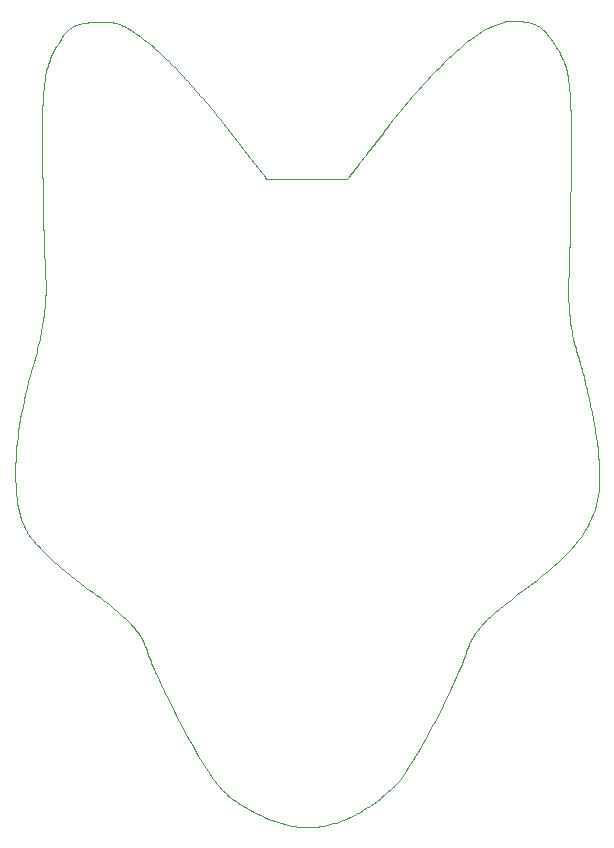
<source format=gbr>
G04 #@! TF.GenerationSoftware,KiCad,Pcbnew,(5.0.0)*
G04 #@! TF.CreationDate,2019-03-03T23:19:43-08:00*
G04 #@! TF.ProjectId,Cub_Wolf_Badge_Circuit,4375625F576F6C665F42616467655F43,rev?*
G04 #@! TF.SameCoordinates,Original*
G04 #@! TF.FileFunction,Profile,NP*
%FSLAX46Y46*%
G04 Gerber Fmt 4.6, Leading zero omitted, Abs format (unit mm)*
G04 Created by KiCad (PCBNEW (5.0.0)) date 03/03/19 23:19:43*
%MOMM*%
%LPD*%
G01*
G04 APERTURE LIST*
%ADD10C,0.100000*%
G04 APERTURE END LIST*
D10*
X148488448Y-51197500D02*
X148466848Y-50988020D01*
X148537788Y-51612550D02*
X148512108Y-51405720D01*
X148813858Y-53197350D02*
X148772668Y-53007550D01*
X149889728Y-57157540D02*
X149835978Y-56930440D01*
X150562948Y-60435000D02*
X150522788Y-60208180D01*
X150481018Y-59978480D02*
X150437718Y-59746330D01*
X148772668Y-53007550D02*
X148733338Y-52815060D01*
X149047218Y-54100290D02*
X148996958Y-53926380D01*
X149153018Y-54436960D02*
X149099248Y-54270540D01*
X150151648Y-58326850D02*
X150100508Y-58089950D01*
X148512108Y-51405720D02*
X148488448Y-51197500D01*
X148626788Y-52223020D02*
X148595138Y-52021360D01*
X148856908Y-53384290D02*
X148813858Y-53197350D01*
X148948478Y-53748980D02*
X148901788Y-53568220D01*
X150437718Y-59746330D02*
X150393008Y-59512180D01*
X150601388Y-60658510D02*
X150562948Y-60435000D01*
X148695908Y-52620030D02*
X148660388Y-52422620D01*
X149406258Y-55268730D02*
X149354078Y-55087020D01*
X148565468Y-51817820D02*
X148537788Y-51612550D01*
X149727908Y-56486520D02*
X149673788Y-56270590D01*
X148901788Y-53568220D02*
X148856908Y-53384290D01*
X150201968Y-58564390D02*
X150151648Y-58326850D01*
X149996168Y-57619820D02*
X149943158Y-57387480D01*
X148595138Y-52021360D02*
X148565468Y-51817820D01*
X149201928Y-54587070D02*
X149153018Y-54436960D01*
X148996958Y-53926380D02*
X148948478Y-53748980D01*
X150346978Y-59276470D02*
X150299728Y-59039650D01*
X149302558Y-54912530D02*
X149251808Y-54745740D01*
X149099248Y-54270540D02*
X149047218Y-54100290D01*
X149673788Y-56270590D02*
X149619738Y-56059250D01*
X149512248Y-55652150D02*
X149459018Y-55457260D01*
X149943158Y-57387480D02*
X149889728Y-57157540D01*
X149459018Y-55457260D02*
X149406258Y-55268730D01*
X149565858Y-55852960D02*
X149512248Y-55652150D01*
X149782008Y-56706610D02*
X149727908Y-56486520D01*
X150048648Y-57854130D02*
X149996168Y-57619820D01*
X150672718Y-61093790D02*
X150638008Y-60878250D01*
X149251808Y-54745740D02*
X149201928Y-54587070D01*
X149835978Y-56930440D02*
X149782008Y-56706610D01*
X148447298Y-50777480D02*
X148429838Y-50566010D01*
X150299728Y-59039650D02*
X150251358Y-58802140D01*
X149354078Y-55087020D02*
X149302558Y-54912530D01*
X150100508Y-58089950D02*
X150048648Y-57854130D01*
X148466848Y-50988020D02*
X148447298Y-50777480D01*
X150393008Y-59512180D02*
X150346978Y-59276470D01*
X148733338Y-52815060D02*
X148695908Y-52620030D01*
X148660388Y-52422620D02*
X148626788Y-52223020D01*
X149619738Y-56059250D02*
X149565858Y-55852960D01*
X150522788Y-60208180D02*
X150481018Y-59978480D01*
X150251358Y-58802140D02*
X150201968Y-58564390D01*
X150638008Y-60878250D02*
X150601388Y-60658510D01*
X145154215Y-73968840D02*
X145689898Y-73552580D01*
X150164463Y-68686340D02*
X150337997Y-68311970D01*
X142073692Y-76345280D02*
X142251168Y-76192670D01*
X149968929Y-69055900D02*
X150164463Y-68686340D01*
X143046676Y-75549000D02*
X143268215Y-75378360D01*
X141588590Y-76787750D02*
X141742655Y-76642540D01*
X142251168Y-76192670D02*
X142436952Y-76037020D01*
X140808627Y-77629070D02*
X140922688Y-77490990D01*
X140236895Y-78463490D02*
X140320035Y-78322290D01*
X141302101Y-77072750D02*
X141441822Y-76931050D01*
X140500145Y-78043300D02*
X140597605Y-77904950D01*
X139880165Y-79197900D02*
X139944485Y-79046280D01*
X149509478Y-69785420D02*
X149750800Y-69421860D01*
X148640423Y-70873650D02*
X148954885Y-70510110D01*
X147120918Y-72363730D02*
X147541233Y-71983420D01*
X146195846Y-73147110D02*
X146672654Y-72751220D01*
X145689898Y-73552580D02*
X146195846Y-73147110D01*
X140158015Y-78606200D02*
X140236895Y-78463490D01*
X142834454Y-75715460D02*
X143046676Y-75549000D01*
X141441822Y-76931050D02*
X141588590Y-76787750D01*
X140083155Y-78750710D02*
X140158015Y-78606200D01*
X150337997Y-68311970D02*
X150490123Y-67931600D01*
X149750800Y-69421860D02*
X149968929Y-69055900D01*
X149244372Y-70147770D02*
X149509478Y-69785420D01*
X143740258Y-75023400D02*
X143991266Y-74838520D01*
X143268215Y-75378360D02*
X143499326Y-75203250D01*
X141042786Y-77352430D02*
X141169172Y-77213110D01*
X140320035Y-78322290D02*
X140407705Y-78182330D01*
X139760295Y-79510230D02*
X139818855Y-79352450D01*
X140597605Y-77904950D02*
X140700350Y-77766960D01*
X139818855Y-79352450D02*
X139880165Y-79197900D01*
X147934190Y-71609110D02*
X148300389Y-71239580D01*
X140922688Y-77490990D02*
X141042786Y-77352430D01*
X139944485Y-79046280D02*
X140012065Y-78897310D01*
X146672654Y-72751220D02*
X147120918Y-72363730D01*
X142631296Y-75878040D02*
X142834454Y-75715460D01*
X141742655Y-76642540D02*
X141904272Y-76495140D01*
X143499326Y-75203250D02*
X143740258Y-75023400D01*
X148300389Y-71239580D02*
X148640423Y-70873650D01*
X142436952Y-76037020D02*
X142631296Y-75878040D01*
X150705408Y-61304690D02*
X150672718Y-61093790D01*
X150790498Y-61895010D02*
X150705408Y-61304690D01*
X140700350Y-77766960D02*
X140808627Y-77629070D01*
X143991266Y-74838520D02*
X144588202Y-74397090D01*
X150862518Y-62462530D02*
X150790498Y-61895010D01*
X150732538Y-67148060D02*
X150824018Y-66742490D01*
X140012065Y-78897310D02*
X140083155Y-78750710D01*
X150920868Y-63008450D02*
X150862518Y-62462530D01*
X150964948Y-63533990D02*
X150920868Y-63008450D01*
X150994158Y-64040340D02*
X150964948Y-63533990D01*
X151007918Y-64528690D02*
X150994158Y-64040340D01*
X144588202Y-74397090D02*
X145154215Y-73968840D01*
X151005618Y-65000240D02*
X151007918Y-64528690D01*
X148954885Y-70510110D02*
X149244372Y-70147770D01*
X150986678Y-65456200D02*
X151005618Y-65000240D01*
X150950488Y-65897760D02*
X150986678Y-65456200D01*
X150896468Y-66326130D02*
X150950488Y-65897760D01*
X140407705Y-78182330D02*
X140500145Y-78043300D01*
X141169172Y-77213110D02*
X141302101Y-77072750D01*
X150824018Y-66742490D02*
X150896468Y-66326130D01*
X150621439Y-67544040D02*
X150732538Y-67148060D01*
X147541233Y-71983420D02*
X147934190Y-71609110D01*
X141904272Y-76495140D02*
X142073692Y-76345280D01*
X150490123Y-67931600D02*
X150621439Y-67544040D01*
X139704245Y-79671510D02*
X139760295Y-79510230D01*
X139599624Y-79971930D02*
X139704245Y-79671510D01*
X139482231Y-80289760D02*
X139599624Y-79971930D01*
X139352828Y-80623570D02*
X139482231Y-80289760D01*
X139212181Y-80971920D02*
X139352828Y-80623570D01*
X132850225Y-91685630D02*
X132953992Y-91599130D01*
X131828245Y-92463230D02*
X131947022Y-92378830D01*
X136924849Y-85763130D02*
X137140961Y-85352410D01*
X133055009Y-91513230D02*
X133153049Y-91428130D01*
X139061051Y-81333370D02*
X139212181Y-80971920D01*
X133666809Y-90942030D02*
X133737989Y-90866730D01*
X130530968Y-93285730D02*
X130644222Y-93221930D01*
X131349477Y-92788530D02*
X131469283Y-92709430D01*
X135839565Y-87725820D02*
X136054711Y-87350200D01*
X138900201Y-81706500D02*
X139061051Y-81333370D01*
X137140961Y-85352410D02*
X137354978Y-84938970D01*
X135417480Y-88441620D02*
X135626901Y-88090110D01*
X133339369Y-91260730D02*
X133427199Y-91178730D01*
X138552389Y-82482000D02*
X138730393Y-82089850D01*
X130875273Y-93086430D02*
X130992636Y-93015130D01*
X132743921Y-91772530D02*
X132850225Y-91685630D01*
X138730393Y-82089850D02*
X138900201Y-81706500D01*
X138366954Y-82881490D02*
X138552389Y-82482000D01*
X136707407Y-86169720D02*
X136924849Y-85763130D01*
X136271575Y-86964690D02*
X136489394Y-86570710D01*
X137566138Y-84524280D02*
X137773678Y-84109740D01*
X131229956Y-92865930D02*
X131349477Y-92788530D01*
X134445716Y-89957300D02*
X134627482Y-89691210D01*
X138174849Y-83286900D02*
X138366954Y-82881490D01*
X130644222Y-93221930D02*
X130759062Y-93155430D01*
X137976836Y-83696800D02*
X138174849Y-83286900D01*
X130759062Y-93155430D02*
X130875273Y-93086430D01*
X136489394Y-86570710D02*
X136707407Y-86169720D01*
X133247909Y-91343830D02*
X133339369Y-91260730D01*
X135212065Y-88778920D02*
X135417480Y-88441620D01*
X131589158Y-92628730D02*
X131708884Y-92546630D01*
X137773678Y-84109740D02*
X137976836Y-83696800D01*
X136054711Y-87350200D02*
X136271575Y-86964690D01*
X134816303Y-89405150D02*
X135011418Y-89100580D01*
X132411965Y-92034130D02*
X132524574Y-91947030D01*
X135626901Y-88090110D02*
X135839565Y-87725820D01*
X134271770Y-90202000D02*
X134445716Y-89957300D01*
X134106405Y-90423860D02*
X134271770Y-90202000D01*
X133591139Y-91019230D02*
X133666809Y-90942030D01*
X132524574Y-91947030D02*
X132635298Y-91859730D01*
X130992636Y-93015130D02*
X131110936Y-92941530D01*
X133804469Y-90793330D02*
X133950384Y-90621450D01*
X135011418Y-89100580D02*
X135212065Y-88778920D01*
X133950384Y-90621450D02*
X134106405Y-90423860D01*
X133153049Y-91428130D02*
X133247909Y-91343830D01*
X131947022Y-92378830D02*
X132065000Y-92293530D01*
X131708884Y-92546630D02*
X131828245Y-92463230D01*
X133511199Y-91098230D02*
X133591139Y-91019230D01*
X132181960Y-92207530D02*
X132297688Y-92121030D01*
X132065000Y-92293530D02*
X132181960Y-92207530D01*
X137354978Y-84938970D02*
X137566138Y-84524280D01*
X134627482Y-89691210D02*
X134816303Y-89405150D01*
X133737989Y-90866730D02*
X133804469Y-90793330D01*
X132297688Y-92121030D02*
X132411965Y-92034130D01*
X132953992Y-91599130D02*
X133055009Y-91513230D01*
X131469283Y-92709430D02*
X131589158Y-92628730D01*
X131110936Y-92941530D02*
X131229956Y-92865930D01*
X133427199Y-91178730D02*
X133511199Y-91098230D01*
X132635298Y-91859730D02*
X132743921Y-91772530D01*
X143572271Y-26191820D02*
X143572271Y-26191820D01*
X143572273Y-26191820D02*
X143572273Y-26191820D01*
X143572272Y-26191820D02*
X143572272Y-26191820D01*
X143572273Y-26191820D02*
X143572273Y-26191820D01*
X143572273Y-26191820D02*
X143572273Y-26191820D01*
X143572271Y-26191820D02*
X143571317Y-26191220D01*
X143572273Y-26191820D02*
X143572272Y-26191820D01*
X143572272Y-26191820D02*
X143572271Y-26191820D01*
X143572271Y-26191820D02*
X143572271Y-26191820D01*
X143572271Y-26191820D02*
X143572271Y-26191820D01*
X143572274Y-26191820D02*
X143572273Y-26191820D01*
X143572272Y-26191820D02*
X143572272Y-26191820D01*
X147322887Y-28365250D02*
X147210248Y-28187030D01*
X143572274Y-26191820D02*
X143572274Y-26191820D01*
X143572274Y-26191820D02*
X143572274Y-26191820D01*
X143572275Y-26191820D02*
X143572274Y-26191820D01*
X143572275Y-26191820D02*
X143572275Y-26191820D01*
X143764757Y-26193820D02*
X143572281Y-26191820D01*
X147927824Y-29467890D02*
X147861894Y-29320480D01*
X146581998Y-27312970D02*
X146481424Y-27197400D01*
X147792104Y-29175970D02*
X147718364Y-29033580D01*
X143572276Y-26191820D02*
X143572275Y-26191820D01*
X145291897Y-26390220D02*
X145165611Y-26352220D01*
X143572277Y-26191820D02*
X143572276Y-26191820D01*
X143572275Y-26191820D02*
X143572275Y-26191820D01*
X144608523Y-26245420D02*
X144454229Y-26228620D01*
X143572281Y-26191820D02*
X143572280Y-26191820D01*
X147100555Y-28018540D02*
X146993398Y-27859530D01*
X144898271Y-26290320D02*
X144756401Y-26265820D01*
X145757297Y-26594920D02*
X145646095Y-26535320D01*
X143572279Y-26191820D02*
X143572277Y-26191820D01*
X147718364Y-29033580D02*
X147640564Y-28892500D01*
X147989994Y-29619030D02*
X147927824Y-29467890D01*
X143572276Y-26191820D02*
X143572276Y-26191820D01*
X143572276Y-26191820D02*
X143572276Y-26191820D01*
X143948783Y-26197820D02*
X143764757Y-26193820D01*
X144293112Y-26215320D02*
X144124766Y-26204820D01*
X143572277Y-26191820D02*
X143572277Y-26191820D01*
X143572280Y-26191820D02*
X143572280Y-26191820D01*
X146280160Y-26989720D02*
X146178649Y-26897120D01*
X143572279Y-26191820D02*
X143572279Y-26191820D01*
X144124766Y-26204820D02*
X143948783Y-26197820D01*
X147210248Y-28187030D02*
X147100555Y-28018540D01*
X146785063Y-27568880D02*
X146683078Y-27436710D01*
X145865748Y-26660720D02*
X145757297Y-26594920D01*
X147558624Y-28751920D02*
X147438876Y-28553450D01*
X143572276Y-26191820D02*
X143572276Y-26191820D01*
X143572277Y-26191820D02*
X143572277Y-26191820D01*
X143572279Y-26191820D02*
X143572279Y-26191820D01*
X143572279Y-26191820D02*
X143572279Y-26191820D01*
X143572280Y-26191820D02*
X143572279Y-26191820D01*
X148154894Y-30102780D02*
X148103434Y-29935670D01*
X146178649Y-26897120D02*
X146076020Y-26811520D01*
X144454229Y-26228620D02*
X144293112Y-26215320D01*
X146683078Y-27436710D02*
X146581998Y-27312970D01*
X144756401Y-26265820D02*
X144608523Y-26245420D01*
X145413801Y-26433220D02*
X145291897Y-26390220D01*
X148103434Y-29935670D02*
X148048504Y-29774680D01*
X145034539Y-26319020D02*
X144898271Y-26290320D01*
X146380945Y-27089730D02*
X146280160Y-26989720D01*
X146888367Y-27709730D02*
X146785063Y-27568880D01*
X145531731Y-26481520D02*
X145413801Y-26433220D01*
X145971853Y-26732820D02*
X145865748Y-26660720D01*
X147438876Y-28553450D02*
X147322887Y-28365250D01*
X146481424Y-27197400D02*
X146380945Y-27089730D01*
X148247774Y-30458590D02*
X148202974Y-30276810D01*
X148289384Y-30648900D02*
X148247774Y-30458590D01*
X143572280Y-26191820D02*
X143572280Y-26191820D01*
X147640564Y-28892500D02*
X147558624Y-28751920D01*
X146993398Y-27859530D02*
X146888367Y-27709730D01*
X148202974Y-30276810D02*
X148154894Y-30102780D01*
X145165611Y-26352220D02*
X145034539Y-26319020D01*
X145646095Y-26535320D02*
X145531731Y-26481520D01*
X147861894Y-29320480D02*
X147792104Y-29175970D01*
X146076020Y-26811520D02*
X145971853Y-26732820D01*
X148048504Y-29774680D02*
X147989994Y-29619030D01*
X148577466Y-40082070D02*
X148581766Y-39703560D01*
X148590934Y-34659440D02*
X148583834Y-34265280D01*
X148509266Y-44143050D02*
X148516766Y-43794020D01*
X148544366Y-42344110D02*
X148550566Y-41971550D01*
X148516766Y-43794020D02*
X148524066Y-43438930D01*
X148485766Y-45147050D02*
X148493766Y-44820230D01*
X148469266Y-45773740D02*
X148477566Y-45465110D01*
X148435066Y-46900450D02*
X148443766Y-46636300D01*
X148380866Y-48225560D02*
X148389966Y-48015700D01*
X148408166Y-47613410D02*
X148417166Y-47389680D01*
X148401248Y-50140970D02*
X148390158Y-49927720D01*
X148369958Y-49287000D02*
X148367658Y-49073640D01*
X148599834Y-35510330D02*
X148596234Y-35074190D01*
X148601766Y-36955100D02*
X148602535Y-36449980D01*
X148592566Y-38578920D02*
X148595366Y-38209930D01*
X148585766Y-39326410D02*
X148589366Y-38951310D01*
X148581766Y-39703560D02*
X148585766Y-39326410D01*
X148374166Y-48436460D02*
X148380866Y-48225560D01*
X148537866Y-42713300D02*
X148544366Y-42344110D01*
X148477566Y-45465110D02*
X148485766Y-45147050D01*
X148369766Y-48648210D02*
X148374166Y-48436460D01*
X148574934Y-33890890D02*
X148564114Y-33535490D01*
X148596234Y-35074190D02*
X148590934Y-34659440D01*
X148601934Y-35968660D02*
X148599834Y-35510330D01*
X148562266Y-41219080D02*
X148567666Y-40840510D01*
X148550566Y-41971550D02*
X148556566Y-41596320D01*
X148452366Y-46360000D02*
X148460866Y-46072250D01*
X148389966Y-48015700D02*
X148399066Y-47822310D01*
X148381158Y-49714200D02*
X148374458Y-49500580D01*
X148417166Y-47389680D02*
X148426166Y-47151810D01*
X148374458Y-49500580D02*
X148369958Y-49287000D01*
X148597766Y-37845010D02*
X148599766Y-37484820D01*
X148443766Y-46636300D02*
X148452366Y-46360000D01*
X148367658Y-49073640D02*
X148367566Y-48860650D01*
X148589366Y-38951310D02*
X148592566Y-38578920D01*
X148531166Y-43078470D02*
X148537866Y-42713300D01*
X148493766Y-44820230D02*
X148501566Y-44485350D01*
X148556566Y-41596320D02*
X148562266Y-41219080D01*
X148599766Y-37484820D02*
X148601766Y-36955100D01*
X148524066Y-43438930D02*
X148531166Y-43078470D01*
X148327904Y-30848550D02*
X148289384Y-30648900D01*
X148363424Y-31058350D02*
X148327904Y-30848550D01*
X148426166Y-47151810D02*
X148435066Y-46900450D01*
X148567666Y-40840510D02*
X148572766Y-40461280D01*
X148396054Y-31279090D02*
X148363424Y-31058350D01*
X148536244Y-32878390D02*
X148519014Y-32575110D01*
X148367566Y-48860650D02*
X148369766Y-48648210D01*
X148425874Y-31511580D02*
X148396054Y-31279090D01*
X148452974Y-31756620D02*
X148425874Y-31511580D01*
X148477474Y-32015020D02*
X148452974Y-31756620D01*
X148499454Y-32287590D02*
X148477474Y-32015020D01*
X148572766Y-40461280D02*
X148577466Y-40082070D01*
X148519014Y-32575110D02*
X148499454Y-32287590D01*
X148602535Y-36449980D02*
X148601934Y-35968660D01*
X148414488Y-50353790D02*
X148401248Y-50140970D01*
X148399066Y-47822310D02*
X148408166Y-47613410D01*
X148429838Y-50566010D02*
X148414488Y-50353790D01*
X148390158Y-49927720D02*
X148381158Y-49714200D01*
X148460866Y-46072250D02*
X148469266Y-45773740D01*
X148551244Y-33198250D02*
X148536244Y-32878390D01*
X148564114Y-33535490D02*
X148551244Y-33198250D01*
X148595366Y-38209930D02*
X148597766Y-37845010D01*
X148501566Y-44485350D02*
X148509266Y-44143050D01*
X148583834Y-34265280D02*
X148574934Y-33890890D01*
X102267313Y-68910790D02*
X102387648Y-69173650D01*
X105865534Y-72846170D02*
X106073276Y-73018800D01*
X104329281Y-71479260D02*
X104505940Y-71645810D01*
X103533844Y-70685640D02*
X103680091Y-70838090D01*
X101566947Y-63760630D02*
X101556517Y-64206080D01*
X101586627Y-63305470D02*
X101566947Y-63760630D01*
X103023199Y-70116600D02*
X103139033Y-70252100D01*
X105458497Y-72500190D02*
X105660496Y-72673200D01*
X103394694Y-70536940D02*
X103533844Y-70685640D01*
X101688417Y-66649820D02*
X101742987Y-67014820D01*
X101555317Y-64641360D02*
X101563317Y-65066040D01*
X101615537Y-62841020D02*
X101586627Y-63305470D01*
X102156416Y-68632010D02*
X102267313Y-68910790D01*
X106924504Y-73699560D02*
X107140688Y-73865720D01*
X106709334Y-73531470D02*
X106924504Y-73699560D01*
X106495513Y-73361770D02*
X106709334Y-73531470D01*
X102817214Y-69860980D02*
X102915814Y-69986110D01*
X102577514Y-69520790D02*
X102647724Y-69628000D01*
X101643177Y-66271990D02*
X101688417Y-66649820D01*
X106283382Y-73190770D02*
X106495513Y-73361770D01*
X104505940Y-71645810D02*
X104687666Y-71814210D01*
X103833096Y-70994000D02*
X103992522Y-71153050D01*
X101556517Y-64206080D02*
X101555317Y-64641360D01*
X101580637Y-65479670D02*
X101607257Y-65881800D01*
X105064973Y-72155370D02*
X105259877Y-72327470D01*
X103262977Y-70392320D02*
X103394694Y-70536940D01*
X105660496Y-72673200D02*
X105865534Y-72846170D01*
X105259877Y-72327470D02*
X105458497Y-72500190D01*
X102517434Y-69420160D02*
X102577514Y-69520790D01*
X104158030Y-71314900D02*
X104329281Y-71479260D01*
X103992522Y-71153050D02*
X104158030Y-71314900D01*
X103680091Y-70838090D02*
X103833096Y-70994000D01*
X102727734Y-69741500D02*
X102817214Y-69860980D01*
X101962877Y-68028470D02*
X102054947Y-68337760D01*
X102387648Y-69173650D02*
X102517434Y-69420160D01*
X102054947Y-68337760D02*
X102156416Y-68632010D01*
X101880207Y-67704590D02*
X101962877Y-68028470D01*
X101563317Y-65066040D02*
X101580637Y-65479670D01*
X101742987Y-67014820D02*
X101806917Y-67366560D01*
X101607257Y-65881800D02*
X101643177Y-66271990D01*
X107791931Y-74349510D02*
X108106512Y-74577910D01*
X107574738Y-74191020D02*
X107791931Y-74349510D01*
X107357544Y-74029650D02*
X107574738Y-74191020D01*
X107140688Y-73865720D02*
X107357544Y-74029650D01*
X106073276Y-73018800D02*
X106283382Y-73190770D01*
X104687666Y-71814210D02*
X104874124Y-71984170D01*
X102647724Y-69628000D02*
X102727734Y-69741500D01*
X103139033Y-70252100D02*
X103262977Y-70392320D01*
X102915814Y-69986110D02*
X103023199Y-70116600D01*
X104874124Y-71984170D02*
X105064973Y-72155370D01*
X101806917Y-67366560D02*
X101880207Y-67704590D01*
X102176880Y-58844530D02*
X102074757Y-59367280D01*
X102288085Y-58316500D02*
X102176880Y-58844530D01*
X103898339Y-51623970D02*
X103859299Y-51868900D01*
X103967139Y-51141410D02*
X103934279Y-51381500D01*
X102408363Y-57783620D02*
X102288085Y-58316500D01*
X102676073Y-56705070D02*
X102537697Y-57246330D01*
X102823475Y-56160300D02*
X102676073Y-56705070D01*
X103063729Y-55322590D02*
X102979889Y-55612430D01*
X103930107Y-43011130D02*
X103938707Y-43363070D01*
X104047349Y-50434420D02*
X104023659Y-50667980D01*
X103144279Y-55036610D02*
X103063729Y-55322590D01*
X103221549Y-54754370D02*
X103144279Y-55036610D01*
X103771879Y-52366570D02*
X103723469Y-52619510D01*
X103859299Y-51868900D02*
X103817149Y-52116400D01*
X104088567Y-47578210D02*
X104099107Y-47758430D01*
X104128979Y-48849590D02*
X104126279Y-49071320D01*
X104119737Y-48191790D02*
X104125737Y-48409920D01*
X103938707Y-43363070D02*
X103947707Y-43709220D01*
X104005417Y-45627580D02*
X104015537Y-45914720D01*
X104025757Y-46190820D02*
X104036087Y-46455190D01*
X104023659Y-50667980D02*
X103996929Y-50903600D01*
X104111979Y-49519060D02*
X104100309Y-49745280D01*
X104110837Y-47974650D02*
X104119737Y-48191790D01*
X104015537Y-45914720D02*
X104025757Y-46190820D01*
X103921707Y-42654050D02*
X103930107Y-43011130D01*
X104036087Y-46455190D02*
X104046517Y-46707180D01*
X104046517Y-46707180D02*
X104056947Y-46946140D01*
X103956907Y-44048920D02*
X103966307Y-44381510D01*
X101653657Y-62367730D02*
X101615537Y-62841020D01*
X104056947Y-46946140D02*
X104067487Y-47171400D01*
X103975807Y-44706330D02*
X103985507Y-45022710D01*
X104128837Y-48629150D02*
X104128979Y-48849590D01*
X102979889Y-55612430D02*
X102823475Y-56160300D01*
X103366329Y-54200720D02*
X103295569Y-54475770D01*
X101757427Y-61396430D02*
X101700957Y-61886060D01*
X102537697Y-57246330D02*
X102408363Y-57783620D01*
X104085659Y-49973170D02*
X104068009Y-50202850D01*
X103985507Y-45022710D02*
X103995407Y-45330020D01*
X101897837Y-60395090D02*
X101823057Y-60899290D01*
X104099107Y-47758430D02*
X104110837Y-47974650D01*
X103817149Y-52116400D02*
X103771879Y-52366570D01*
X104126279Y-49071320D02*
X104120579Y-49294440D01*
X104067487Y-47171400D02*
X104078027Y-47382310D01*
X104068009Y-50202850D02*
X104047349Y-50434420D01*
X103617179Y-53134080D02*
X103559269Y-53395910D01*
X101981737Y-59884280D02*
X101897837Y-60395090D01*
X104100309Y-49745280D02*
X104085659Y-49973170D01*
X103934279Y-51381500D02*
X103898339Y-51623970D01*
X101700957Y-61886060D02*
X101653657Y-62367730D01*
X103995407Y-45330020D02*
X104005417Y-45627580D01*
X104125737Y-48409920D02*
X104128837Y-48629150D01*
X102074757Y-59367280D02*
X101981737Y-59884280D01*
X103295569Y-54475770D02*
X103221549Y-54754370D01*
X103433859Y-53929120D02*
X103366329Y-54200720D01*
X103671909Y-52875310D02*
X103617179Y-53134080D01*
X103723469Y-52619510D02*
X103671909Y-52875310D01*
X104120579Y-49294440D02*
X104111979Y-49519060D01*
X101823057Y-60899290D02*
X101757427Y-61396430D01*
X103996929Y-50903600D02*
X103967139Y-51141410D01*
X104078027Y-47382310D02*
X104088567Y-47578210D01*
X103498169Y-53660890D02*
X103433859Y-53929120D01*
X103559269Y-53395910D02*
X103498169Y-53660890D01*
X103947707Y-43709220D02*
X103956907Y-44048920D01*
X103966307Y-44381510D02*
X103975807Y-44706330D01*
X103913607Y-42292490D02*
X103921707Y-42654050D01*
X104240067Y-30161220D02*
X104191667Y-30348180D01*
X103905807Y-41927120D02*
X103913607Y-42292490D01*
X103898207Y-41558580D02*
X103905807Y-41927120D01*
X103891007Y-41187540D02*
X103898207Y-41558580D01*
X103974097Y-31661240D02*
X103948877Y-31920920D01*
X104691467Y-28982660D02*
X104614087Y-29143790D01*
X105472727Y-27642970D02*
X105390687Y-27765530D01*
X104541207Y-29305740D02*
X104472697Y-29469450D01*
X106475997Y-26665010D02*
X106383127Y-26717110D01*
X103884107Y-40814660D02*
X103891007Y-41187540D01*
X103832907Y-35926090D02*
X103833907Y-36419500D01*
X106383127Y-26717110D02*
X106293147Y-26773710D01*
X105793667Y-27222210D02*
X105713787Y-27317510D01*
X103877607Y-40440590D02*
X103884107Y-40814660D01*
X103871507Y-40066000D02*
X103877607Y-40440590D01*
X104146937Y-30542640D02*
X104105747Y-30745580D01*
X103865707Y-39691540D02*
X103871507Y-40066000D01*
X103845197Y-34190250D02*
X103839397Y-34590440D01*
X104472697Y-29469450D02*
X104408447Y-29635900D01*
X106120407Y-26901510D02*
X106036917Y-26973210D01*
X104773447Y-28821400D02*
X104691467Y-28982660D01*
X103860307Y-39317860D02*
X103865707Y-39691540D01*
X103855307Y-38945640D02*
X103860307Y-39317860D01*
X103850807Y-38575530D02*
X103855307Y-38945640D01*
X103846807Y-38208180D02*
X103850807Y-38575530D01*
X103906837Y-32483870D02*
X103889777Y-32789050D01*
X105873907Y-27133310D02*
X105793667Y-27222210D01*
X104033537Y-31180730D02*
X104002277Y-31414840D01*
X106293147Y-26773710D02*
X106205697Y-26835110D01*
X106572117Y-26617310D02*
X106475997Y-26665010D01*
X104191667Y-30348180D02*
X104146937Y-30542640D01*
X106205697Y-26835110D02*
X106120407Y-26901510D01*
X103852997Y-33810970D02*
X103845197Y-34190250D01*
X104348337Y-29806040D02*
X104292247Y-29980840D01*
X103843207Y-37844250D02*
X103846807Y-38208180D01*
X105633907Y-27419210D02*
X105553677Y-27527610D01*
X103840107Y-37484400D02*
X103843207Y-37844250D01*
X103836307Y-36938620D02*
X103840107Y-37484400D01*
X103833907Y-36419500D02*
X103836307Y-36938620D01*
X105044567Y-28332510D02*
X104951727Y-28494630D01*
X103889777Y-32789050D02*
X103875207Y-33111320D01*
X103833397Y-35457400D02*
X103832907Y-35926090D01*
X104002277Y-31414840D02*
X103974097Y-31661240D01*
X103835497Y-35012510D02*
X103833397Y-35457400D01*
X104951727Y-28494630D02*
X104860167Y-28659040D01*
X106036917Y-26973210D02*
X105954867Y-27050410D01*
X103863007Y-33451650D02*
X103852997Y-33810970D01*
X103926497Y-32194800D02*
X103906837Y-32483870D01*
X104067987Y-30957960D02*
X104033537Y-31180730D01*
X104292247Y-29980840D02*
X104240067Y-30161220D01*
X105390687Y-27765530D02*
X105307217Y-27895520D01*
X105553677Y-27527610D02*
X105472727Y-27642970D01*
X103948877Y-31920920D02*
X103926497Y-32194800D01*
X105221947Y-28033190D02*
X105134517Y-28178770D01*
X105307217Y-27895520D02*
X105221947Y-28033190D01*
X103839397Y-34590440D02*
X103835497Y-35012510D01*
X104408447Y-29635900D02*
X104348337Y-29806040D01*
X104105747Y-30745580D02*
X104067987Y-30957960D01*
X105134517Y-28178770D02*
X105044567Y-28332510D01*
X104614087Y-29143790D02*
X104541207Y-29305740D01*
X105713787Y-27317510D02*
X105633907Y-27419210D01*
X105954867Y-27050410D02*
X105873907Y-27133310D01*
X103875207Y-33111320D02*
X103863007Y-33451650D01*
X104860167Y-28659040D02*
X104773447Y-28821400D01*
X109072669Y-26253740D02*
X108924827Y-26253210D01*
X109626176Y-26292040D02*
X109492497Y-26276340D01*
X109757542Y-26311940D02*
X109626176Y-26292040D01*
X110142676Y-26399540D02*
X110015301Y-26365540D01*
X110396870Y-26483140D02*
X110269702Y-26438640D01*
X110916796Y-26717840D02*
X110784145Y-26650140D01*
X111332305Y-26959440D02*
X111190386Y-26872340D01*
X111784461Y-27263220D02*
X111628853Y-27154700D01*
X112655507Y-27922650D02*
X112467260Y-27774520D01*
X113341165Y-28484650D02*
X113195090Y-28359470D01*
X115533003Y-30643070D02*
X115328111Y-30426380D01*
X113992296Y-29080960D02*
X113820280Y-28918400D01*
X107113970Y-26435410D02*
X106996226Y-26465110D01*
X107501087Y-26362810D02*
X107366040Y-26384510D01*
X107791008Y-26325510D02*
X107642623Y-26343210D01*
X107946603Y-26309510D02*
X107791008Y-26325510D01*
X111945615Y-27379270D02*
X111784461Y-27263220D01*
X116371887Y-31553840D02*
X116160062Y-31320400D01*
X109216235Y-26257740D02*
X109072669Y-26253740D01*
X110269702Y-26438640D02*
X110142676Y-26399540D01*
X112112805Y-27503020D02*
X111945615Y-27379270D01*
X107237120Y-26408610D02*
X107113970Y-26435410D01*
X107642623Y-26343210D02*
X107501087Y-26362810D01*
X108614345Y-26262210D02*
X108450724Y-26270210D01*
X108924827Y-26253210D02*
X108772217Y-26256210D01*
X110653601Y-26588640D02*
X110524673Y-26533040D01*
X110784145Y-26650140D02*
X110653601Y-26588640D01*
X111628853Y-27154700D02*
X111478297Y-27053540D01*
X113056493Y-28244720D02*
X112851754Y-28079320D01*
X111190386Y-26872340D02*
X111052046Y-26791840D01*
X112851754Y-28079320D02*
X112655507Y-27922650D01*
X112467260Y-27774520D02*
X112286524Y-27634720D01*
X114352419Y-29430460D02*
X114169808Y-29251790D01*
X116584457Y-31790370D02*
X116371887Y-31553840D01*
X108450724Y-26270210D02*
X108280861Y-26281610D01*
X109356013Y-26264740D02*
X109216235Y-26257740D01*
X110015301Y-26365540D02*
X109887087Y-26336440D01*
X108772217Y-26256210D02*
X108614345Y-26262210D01*
X109492497Y-26276340D02*
X109356013Y-26264740D01*
X111052046Y-26791840D02*
X110916796Y-26717840D01*
X112286524Y-27634720D02*
X112112805Y-27503020D01*
X113820280Y-28918400D02*
X113654155Y-28764540D01*
X114169808Y-29251790D02*
X113992296Y-29080960D01*
X114539735Y-29616540D02*
X114352419Y-29430460D01*
X114731357Y-29809600D02*
X114539735Y-29616540D01*
X115740224Y-30864590D02*
X115533003Y-30643070D01*
X115125941Y-30214960D02*
X114926892Y-30009220D01*
X106671837Y-26573710D02*
X106572117Y-26617310D01*
X106775520Y-26534010D02*
X106671837Y-26573710D01*
X114926892Y-30009220D02*
X114731357Y-29809600D01*
X106883530Y-26497910D02*
X106775520Y-26534010D01*
X108280861Y-26281610D02*
X108109766Y-26295010D01*
X106996226Y-26465110D02*
X106883530Y-26497910D01*
X115949375Y-31090510D02*
X115740224Y-30864590D01*
X113494318Y-28619810D02*
X113341165Y-28484650D01*
X111478297Y-27053540D02*
X111332305Y-26959440D01*
X113654155Y-28764540D02*
X113494318Y-28619810D01*
X113195090Y-28359470D02*
X113056493Y-28244720D01*
X110524673Y-26533040D02*
X110396870Y-26483140D01*
X115328111Y-30426380D02*
X115125941Y-30214960D01*
X107366040Y-26384510D02*
X107237120Y-26408610D01*
X108109766Y-26295010D02*
X107946603Y-26309510D01*
X109887087Y-26336440D02*
X109757542Y-26311940D01*
X116160062Y-31320400D02*
X115949375Y-31090510D01*
X121575538Y-37962620D02*
X121464099Y-37819290D01*
X122355614Y-38965850D02*
X122244175Y-38822530D01*
X122467053Y-39109170D02*
X122355614Y-38965850D01*
X119049117Y-34715060D02*
X118858517Y-34474720D01*
X122689932Y-39395810D02*
X122578492Y-39252480D01*
X116797375Y-32029610D02*
X116584457Y-31790370D01*
X117010243Y-32271080D02*
X116797375Y-32029610D01*
X119792507Y-35669520D02*
X119681068Y-35526190D01*
X122021296Y-38535890D02*
X121909856Y-38392580D01*
X120238266Y-36242790D02*
X120126826Y-36099480D01*
X117222666Y-32514380D02*
X117010243Y-32271080D01*
X117434248Y-32759070D02*
X117222666Y-32514380D01*
X118465688Y-33988330D02*
X118264249Y-33743130D01*
X119235311Y-34952920D02*
X119049117Y-34715060D01*
X121686977Y-38105940D02*
X121575538Y-37962620D01*
X122132735Y-38679210D02*
X122021296Y-38535890D01*
X122244175Y-38822530D02*
X122132735Y-38679210D01*
X122578492Y-39252480D02*
X122467053Y-39109170D01*
X122801371Y-39539120D02*
X122689932Y-39395810D01*
X119569628Y-35382880D02*
X119458190Y-35239560D01*
X121352660Y-37675980D02*
X121241220Y-37532660D01*
X117644594Y-33004720D02*
X117434248Y-32759070D01*
X117853307Y-33250900D02*
X117644594Y-33004720D01*
X120572583Y-36672750D02*
X120461145Y-36529430D01*
X118059991Y-33497180D02*
X117853307Y-33250900D01*
X118264249Y-33743130D02*
X118059991Y-33497180D01*
X120461145Y-36529430D02*
X120349705Y-36386110D01*
X121909856Y-38392580D02*
X121798417Y-38249250D01*
X118663909Y-34232340D02*
X118465688Y-33988330D01*
X118858517Y-34474720D02*
X118663909Y-34232340D01*
X119458190Y-35239560D02*
X119346750Y-35096230D01*
X121018341Y-37246020D02*
X120906902Y-37102710D01*
X121241220Y-37532660D02*
X121129781Y-37389340D01*
X119346750Y-35096230D02*
X119235311Y-34952920D01*
X120795462Y-36959380D02*
X120684022Y-36816060D01*
X120906902Y-37102710D02*
X120795462Y-36959380D01*
X119681068Y-35526190D02*
X119569628Y-35382880D01*
X119903947Y-35812830D02*
X119792507Y-35669520D01*
X120015386Y-35956150D02*
X119903947Y-35812830D01*
X120684022Y-36816060D02*
X120572583Y-36672750D01*
X120126826Y-36099480D02*
X120015386Y-35956150D01*
X121464099Y-37819290D02*
X121352660Y-37675980D01*
X121798417Y-38249250D02*
X121686977Y-38105940D01*
X120349705Y-36386110D02*
X120238266Y-36242790D01*
X121129781Y-37389340D02*
X121018341Y-37246020D01*
X124518344Y-39539120D02*
X124411034Y-39539120D01*
X124947587Y-39539120D02*
X124840277Y-39539120D01*
X125054898Y-39539120D02*
X124947587Y-39539120D01*
X125376830Y-39539120D02*
X125269520Y-39539120D01*
X125591453Y-39539120D02*
X125484141Y-39539120D01*
X126020696Y-39539120D02*
X125913385Y-39539120D01*
X126342664Y-39539120D02*
X126235317Y-39539120D01*
X126664703Y-39539120D02*
X126557356Y-39539120D01*
X129241012Y-39539120D02*
X129133666Y-39539120D01*
X127201434Y-39539120D02*
X127094087Y-39539120D01*
X127630819Y-39539120D02*
X127523472Y-39539120D01*
X128060203Y-39539120D02*
X127952858Y-39539120D01*
X123767169Y-39539120D02*
X123659858Y-39539120D01*
X124196412Y-39539120D02*
X124089101Y-39539120D01*
X124411034Y-39539120D02*
X124303723Y-39539120D01*
X124625655Y-39539120D02*
X124518344Y-39539120D01*
X126772048Y-39539120D02*
X126664703Y-39539120D01*
X129133666Y-39539120D02*
X129026320Y-39539120D01*
X128382242Y-39539120D02*
X128274896Y-39539120D01*
X125484141Y-39539120D02*
X125376830Y-39539120D01*
X126879395Y-39539120D02*
X126772048Y-39539120D01*
X125806074Y-39539120D02*
X125698764Y-39539120D01*
X125913385Y-39539120D02*
X125806074Y-39539120D01*
X129348359Y-39539120D02*
X129241012Y-39539120D01*
X129563051Y-39539120D02*
X129455704Y-39539120D01*
X126235317Y-39539120D02*
X126128007Y-39539120D01*
X126557356Y-39539120D02*
X126450010Y-39539120D01*
X128918974Y-39539120D02*
X128811627Y-39539120D01*
X127416126Y-39539120D02*
X127308780Y-39539120D01*
X127308780Y-39539120D02*
X127201434Y-39539120D01*
X128704280Y-39539120D02*
X128596935Y-39539120D01*
X127094087Y-39539120D02*
X126986741Y-39539120D01*
X129455704Y-39539120D02*
X129348359Y-39539120D01*
X128274896Y-39539120D02*
X128167550Y-39539120D01*
X124303723Y-39539120D02*
X124196412Y-39539120D01*
X124732966Y-39539120D02*
X124625655Y-39539120D01*
X125269520Y-39539120D02*
X125162209Y-39539120D01*
X128596935Y-39539120D02*
X128489588Y-39539120D01*
X123123303Y-39539120D02*
X123015993Y-39539120D01*
X124840277Y-39539120D02*
X124732966Y-39539120D01*
X122908682Y-39539120D02*
X122801371Y-39539120D01*
X126128007Y-39539120D02*
X126020696Y-39539120D01*
X127952858Y-39539120D02*
X127845511Y-39539120D01*
X124089101Y-39539120D02*
X123981790Y-39539120D01*
X129670398Y-39539120D02*
X129563051Y-39539120D01*
X126986741Y-39539120D02*
X126879395Y-39539120D01*
X128167550Y-39539120D02*
X128060203Y-39539120D01*
X123015993Y-39539120D02*
X122908682Y-39539120D01*
X123230614Y-39539120D02*
X123123303Y-39539120D01*
X128489588Y-39539120D02*
X128382242Y-39539120D01*
X123337925Y-39539120D02*
X123230614Y-39539120D01*
X123981790Y-39539120D02*
X123874480Y-39539120D01*
X123445236Y-39539120D02*
X123337925Y-39539120D01*
X123552547Y-39539120D02*
X123445236Y-39539120D01*
X127738164Y-39539120D02*
X127630819Y-39539120D01*
X126450010Y-39539120D02*
X126342664Y-39539120D01*
X127845511Y-39539120D02*
X127738164Y-39539120D01*
X127523472Y-39539120D02*
X127416126Y-39539120D01*
X125698764Y-39539120D02*
X125591453Y-39539120D01*
X123659858Y-39539120D02*
X123552547Y-39539120D01*
X123874480Y-39539120D02*
X123767169Y-39539120D01*
X125162209Y-39539120D02*
X125054898Y-39539120D01*
X129026320Y-39539120D02*
X128918974Y-39539120D01*
X128811627Y-39539120D02*
X128704280Y-39539120D01*
X132010627Y-36529430D02*
X131899188Y-36672750D01*
X136751797Y-30809940D02*
X136380001Y-31209410D01*
X130339035Y-38679210D02*
X130227595Y-38822530D01*
X132344946Y-36099480D02*
X132233506Y-36242790D01*
X132902143Y-35382880D02*
X132790704Y-35526190D01*
X141344620Y-26915920D02*
X141058945Y-27085100D01*
X141623036Y-26764130D02*
X141344620Y-26915920D01*
X142157499Y-26513220D02*
X141894045Y-26629850D01*
X133644473Y-34432900D02*
X133236462Y-34952920D01*
X142413252Y-26414420D02*
X142157499Y-26513220D01*
X131341990Y-37389340D02*
X131230551Y-37532660D01*
X131453430Y-37246020D02*
X131341990Y-37389340D01*
X139200728Y-28458390D02*
X138868375Y-28745790D01*
X141894045Y-26629850D02*
X141623036Y-26764130D01*
X140766159Y-27271560D02*
X140466410Y-27475140D01*
X133013583Y-35239560D02*
X132902143Y-35382880D01*
X137118400Y-30426100D02*
X136751797Y-30809940D01*
X130561914Y-38392580D02*
X130450474Y-38535890D01*
X131676309Y-36959380D02*
X131564869Y-37102710D01*
X130784793Y-38105940D02*
X130673353Y-38249250D01*
X134448319Y-33436880D02*
X134048476Y-33927520D01*
X142901061Y-26270620D02*
X142661155Y-26333520D01*
X139526856Y-28187490D02*
X139200728Y-28458390D01*
X135621427Y-32054760D02*
X135234943Y-32500380D01*
X130896232Y-37962620D02*
X130784793Y-38105940D01*
X131007672Y-37819290D02*
X130896232Y-37962620D01*
X131119111Y-37675980D02*
X131007672Y-37819290D01*
X141058945Y-27085100D02*
X140766159Y-27271560D01*
X132233506Y-36242790D02*
X132122067Y-36386110D01*
X140159844Y-27695750D02*
X139846610Y-27933240D01*
X132679264Y-35669520D02*
X132567825Y-35812830D01*
X131230551Y-37532660D02*
X131119111Y-37675980D01*
X131564869Y-37102710D02*
X131453430Y-37246020D01*
X133125022Y-35096230D02*
X133013583Y-35239560D01*
X131787748Y-36816060D02*
X131676309Y-36959380D01*
X131899188Y-36672750D02*
X131787748Y-36816060D01*
X132456385Y-35956150D02*
X132344946Y-36099480D01*
X136003162Y-31624390D02*
X135621427Y-32054760D01*
X132567825Y-35812830D02*
X132456385Y-35956150D01*
X132790704Y-35526190D02*
X132679264Y-35669520D01*
X134843858Y-32961130D02*
X134448319Y-33436880D01*
X143132822Y-26225820D02*
X142901061Y-26270620D01*
X137479664Y-30058010D02*
X137118400Y-30426100D01*
X137835442Y-29705820D02*
X137479664Y-30058010D01*
X142661155Y-26333520D02*
X142413252Y-26414420D01*
X140466410Y-27475140D02*
X140159844Y-27695750D01*
X143356290Y-26199220D02*
X143132822Y-26225820D01*
X138185585Y-29369640D02*
X137835442Y-29705820D01*
X138868375Y-28745790D02*
X138529945Y-29049580D01*
X139846610Y-27933240D02*
X139526856Y-28187490D01*
X136380001Y-31209410D02*
X136003162Y-31624390D01*
X129781837Y-39395810D02*
X129670398Y-39539120D01*
X130227595Y-38822530D02*
X130116156Y-38965850D01*
X129893277Y-39252480D02*
X129781837Y-39395810D01*
X130004716Y-39109170D02*
X129893277Y-39252480D01*
X130116156Y-38965850D02*
X130004716Y-39109170D01*
X143571317Y-26191220D02*
X143356290Y-26199220D01*
X130450474Y-38535890D02*
X130339035Y-38679210D01*
X132122067Y-36386110D02*
X132010627Y-36529430D01*
X135234943Y-32500380D02*
X134843858Y-32961130D01*
X133236462Y-34952920D02*
X133125022Y-35096230D01*
X134048476Y-33927520D02*
X133644473Y-34432900D01*
X138529945Y-29049580D02*
X138185585Y-29369640D01*
X130673353Y-38249250D02*
X130561914Y-38392580D01*
X125215146Y-94377750D02*
X125493308Y-94413750D01*
X124087171Y-94132950D02*
X124371741Y-94209250D01*
X123800653Y-94046550D02*
X124087171Y-94132950D01*
X122928032Y-93726710D02*
X123221222Y-93843440D01*
X122334008Y-93462900D02*
X122632340Y-93599870D01*
X121208034Y-92870390D02*
X121421793Y-92991240D01*
X120616608Y-92515740D02*
X120806004Y-92633300D01*
X120088157Y-92158960D02*
X120258248Y-92279230D01*
X116306541Y-87073940D02*
X116504298Y-87431270D01*
X119306130Y-91510870D02*
X119455286Y-91648940D01*
X118728892Y-90896400D02*
X118871418Y-91060670D01*
X118155692Y-90150470D02*
X118300581Y-90351600D01*
X127956852Y-94285850D02*
X128228679Y-94221450D01*
X127413023Y-94384650D02*
X127685012Y-94340250D01*
X127140748Y-94419050D02*
X127413023Y-94384650D01*
X124935590Y-94331650D02*
X125215146Y-94377750D01*
X119923379Y-92036470D02*
X120088157Y-92158960D01*
X116504298Y-87431270D02*
X116694436Y-87771080D01*
X117706803Y-89479150D02*
X117859366Y-89714910D01*
X122632340Y-93599870D02*
X122928032Y-93726710D01*
X119763348Y-91911080D02*
X119923379Y-92036470D01*
X127685012Y-94340250D02*
X127956852Y-94285850D01*
X126046003Y-94455550D02*
X126320813Y-94461550D01*
X125493308Y-94413750D02*
X125770215Y-94439650D01*
X121728873Y-93158590D02*
X122032899Y-93315820D01*
X120806004Y-92633300D02*
X121002959Y-92751300D01*
X120258248Y-92279230D02*
X120434211Y-92397930D01*
X116877522Y-88094030D02*
X117054114Y-88400790D01*
X119014758Y-91217400D02*
X119159475Y-91367250D01*
X119159475Y-91367250D02*
X119306130Y-91510870D01*
X117224777Y-88692010D02*
X117390072Y-88968370D01*
X121421793Y-92991240D02*
X121728873Y-93158590D01*
X119455286Y-91648940D02*
X119607505Y-91782130D01*
X117859366Y-89714910D02*
X118008808Y-89938460D01*
X125770215Y-94439650D02*
X126046003Y-94455550D01*
X124654501Y-94275450D02*
X124935590Y-94331650D01*
X123221222Y-93843440D02*
X123512050Y-93950050D01*
X117390072Y-88968370D02*
X117550560Y-89230530D01*
X128772857Y-94062650D02*
X129045483Y-93968250D01*
X124371741Y-94209250D02*
X124654501Y-94275450D01*
X130419519Y-93346630D02*
X130530968Y-93285730D01*
X121002959Y-92751300D02*
X121208034Y-92870390D01*
X118300581Y-90351600D02*
X118444036Y-90542520D01*
X126320813Y-94461550D02*
X126594781Y-94457550D01*
X130142797Y-93490910D02*
X130419519Y-93346630D01*
X119607505Y-91782130D02*
X119763348Y-91911080D01*
X118008808Y-89938460D02*
X118155692Y-90150470D01*
X129867170Y-93625230D02*
X130142797Y-93490910D01*
X129592502Y-93749560D02*
X129867170Y-93625230D01*
X117550560Y-89230530D02*
X117706803Y-89479150D01*
X129318652Y-93863920D02*
X129592502Y-93749560D01*
X126594781Y-94457550D02*
X126868047Y-94443350D01*
X129045483Y-93968250D02*
X129318652Y-93863920D01*
X128500635Y-94147050D02*
X128772857Y-94062650D01*
X118586619Y-90723900D02*
X118728892Y-90896400D01*
X120434211Y-92397930D02*
X120616608Y-92515740D01*
X118444036Y-90542520D02*
X118586619Y-90723900D01*
X118871418Y-91060670D02*
X119014758Y-91217400D01*
X122032899Y-93315820D02*
X122334008Y-93462900D01*
X128228679Y-94221450D02*
X128500635Y-94147050D01*
X126868047Y-94443350D02*
X127140748Y-94419050D01*
X123512050Y-93950050D02*
X123800653Y-94046550D01*
X116694436Y-87771080D02*
X116877522Y-88094030D01*
X117054114Y-88400790D02*
X117224777Y-88692010D01*
X109472138Y-75602910D02*
X109706644Y-75787550D01*
X108965723Y-75214580D02*
X109225300Y-75412060D01*
X115830855Y-86199880D02*
X115965840Y-86450500D01*
X115695869Y-85946980D02*
X115830855Y-86199880D01*
X115561096Y-85692270D02*
X115695869Y-85946980D01*
X111588129Y-77533080D02*
X111706248Y-77677090D01*
X112889540Y-80054870D02*
X112949150Y-80208240D01*
X110340216Y-76308570D02*
X110529442Y-76472720D01*
X110877380Y-76789350D02*
X111036902Y-76942700D01*
X113926221Y-82421170D02*
X114038668Y-82658410D01*
X111187332Y-77093310D02*
X111329077Y-77241620D01*
X115426751Y-85436200D02*
X115561096Y-85692270D01*
X115293049Y-85179210D02*
X115426751Y-85436200D01*
X113510780Y-81521790D02*
X113609060Y-81738300D01*
X112628390Y-79319610D02*
X112688480Y-79485530D01*
X111462541Y-77388060D02*
X111588129Y-77533080D01*
X111329077Y-77241620D02*
X111462541Y-77388060D01*
X109929222Y-75966410D02*
X110140278Y-76139940D01*
X112112120Y-78251870D02*
X112198960Y-78397410D01*
X115160206Y-84921760D02*
X115293049Y-85179210D01*
X112198960Y-78397410D02*
X112280770Y-78544560D01*
X110529442Y-76472720D02*
X110708362Y-76632830D01*
X115028435Y-84664290D02*
X115160206Y-84921760D01*
X114897951Y-84407270D02*
X115028435Y-84664290D01*
X114641707Y-83896360D02*
X114768970Y-84151140D01*
X108693003Y-75010000D02*
X108965723Y-75214580D01*
X108406735Y-74797930D02*
X108693003Y-75010000D01*
X113084910Y-80542960D02*
X113160640Y-80723400D01*
X112787930Y-79778340D02*
X112835730Y-79911420D01*
X110708362Y-76632830D02*
X110877380Y-76789350D01*
X112565700Y-79157920D02*
X112628390Y-79319610D01*
X112019830Y-78107500D02*
X112112120Y-78251870D01*
X113416590Y-81311600D02*
X113510780Y-81521790D01*
X112357940Y-78693740D02*
X112430880Y-78845410D01*
X114516376Y-83643370D02*
X114641707Y-83896360D01*
X114393191Y-83392630D02*
X114516376Y-83643370D01*
X109225300Y-75412060D02*
X109472138Y-75602910D01*
X108106512Y-74577910D02*
X108406735Y-74797930D01*
X114272368Y-83144590D02*
X114393191Y-83392630D01*
X113160640Y-80723400D02*
X113241300Y-80911950D01*
X111036902Y-76942700D02*
X111187332Y-77093310D01*
X114154122Y-82899700D02*
X114272368Y-83144590D01*
X112835730Y-79911420D02*
X112889540Y-80054870D01*
X113816994Y-82188440D02*
X113926221Y-82421170D01*
X113711204Y-81960680D02*
X113816994Y-82188440D01*
X109706644Y-75787550D02*
X109929222Y-75966410D01*
X110140278Y-76139940D02*
X110340216Y-76308570D01*
X113014350Y-80371090D02*
X113084910Y-80542960D01*
X112746360Y-79656090D02*
X112787930Y-79778340D01*
X111921690Y-77963870D02*
X112019830Y-78107500D01*
X113326690Y-81108170D02*
X113416590Y-81311600D01*
X112430880Y-78845410D02*
X112500000Y-79000000D01*
X112949150Y-80208240D02*
X113014350Y-80371090D01*
X111706248Y-77677090D02*
X111817302Y-77820540D01*
X116100607Y-86698410D02*
X116306541Y-87073940D01*
X114768970Y-84151140D02*
X114897951Y-84407270D01*
X112280770Y-78544560D02*
X112357940Y-78693740D01*
X112688480Y-79485530D02*
X112746360Y-79656090D01*
X115965840Y-86450500D02*
X116100607Y-86698410D01*
X114038668Y-82658410D02*
X114154122Y-82899700D01*
X113609060Y-81738300D02*
X113711204Y-81960680D01*
X113241300Y-80911950D02*
X113326690Y-81108170D01*
X111817302Y-77820540D02*
X111921690Y-77963870D01*
X112500000Y-79000000D02*
X112565700Y-79157920D01*
M02*

</source>
